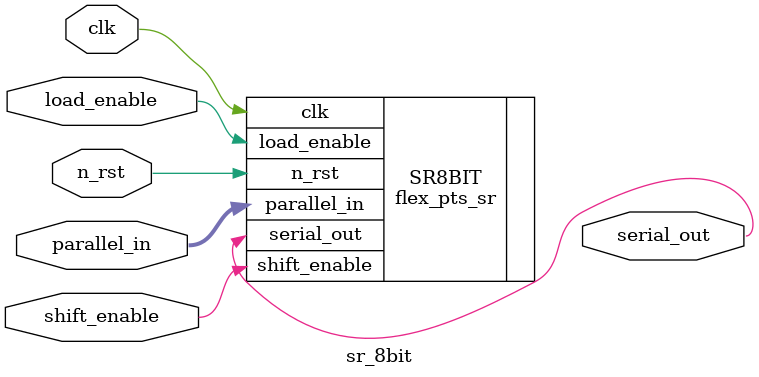
<source format=sv>


module sr_8bit (
	input wire clk,
	input wire n_rst,
	input wire [7:0] parallel_in,
	input wire load_enable,
	input wire shift_enable,
	output reg serial_out
);

flex_pts_sr #(.SHIFT_MSB(1), .NUM_BITS(8)) SR8BIT(.clk(clk), .n_rst(n_rst), .parallel_in(parallel_in),
.load_enable(load_enable), .shift_enable(shift_enable), .serial_out(serial_out));
endmodule


</source>
